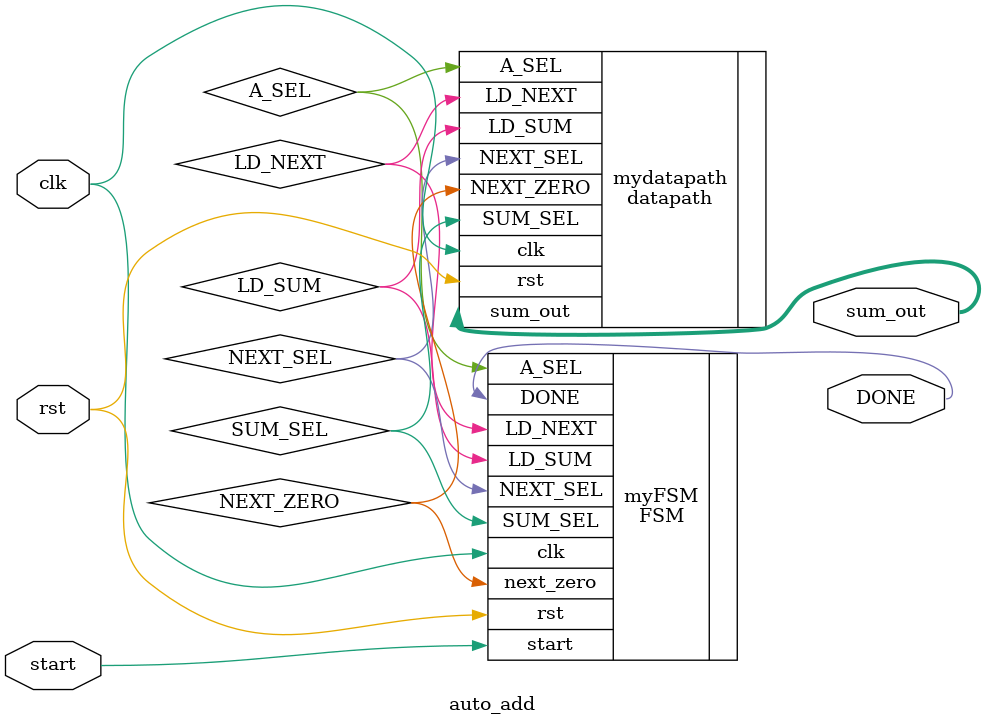
<source format=v>
`timescale 1ns / 1ps


module auto_add(clk,rst,start,DONE,sum_out);
    input clk,rst,start;
    output DONE;
    output [31:0] sum_out;
    
    wire LD_SUM,LD_NEXT,SUM_SEL,NEXT_SEL, A_SEL,NEXT_ZERO;
     FSM myFSM(.clk(clk),.rst(rst),.start(start),.next_zero(NEXT_ZERO),.LD_SUM(LD_SUM),.LD_NEXT(LD_NEXT),.SUM_SEL(SUM_SEL),.NEXT_SEL(NEXT_SEL),.A_SEL(A_SEL),.DONE(DONE));
    datapath mydatapath(.clk(clk),.rst(rst),.SUM_SEL(SUM_SEL),.NEXT_SEL(NEXT_SEL),.A_SEL(A_SEL),.LD_SUM(LD_SUM),.LD_NEXT(LD_NEXT),.NEXT_ZERO(NEXT_ZERO),.sum_out(sum_out));
   
endmodule

</source>
